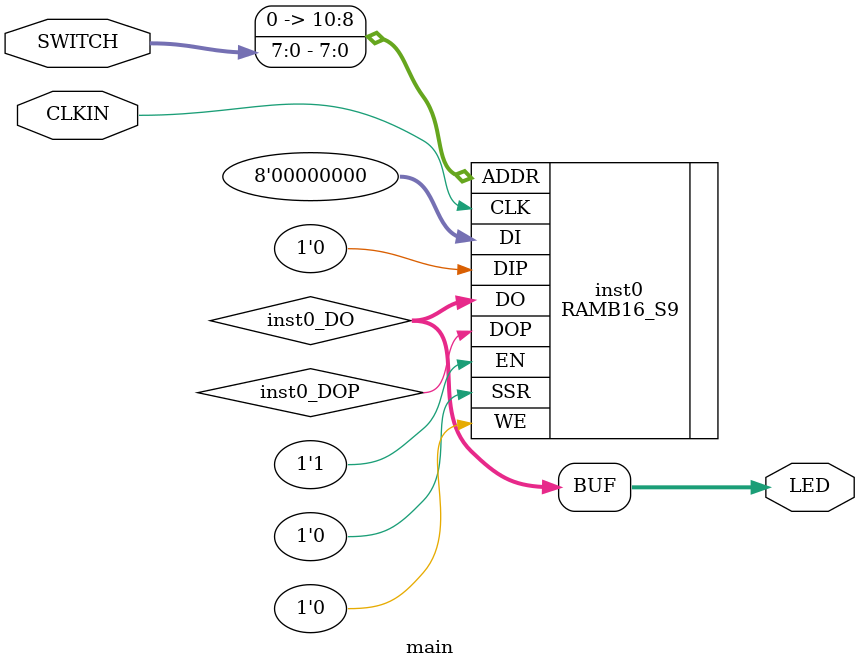
<source format=v>
module main (output [7:0] LED, input  CLKIN, input [7:0] SWITCH);
wire [7:0] inst0_DO;
wire [0:0] inst0_DOP;
RAMB16_S9 #(.INIT_39(256'h3F3E3D3C3B3A393837363534333231302F2E2D2C2B2A29282726252423222120),
.INIT_2A(256'h5F5E5D5C5B5A595857565554535251504F4E4D4C4B4A49484746454443424140),
.INIT_2B(256'h7F7E7D7C7B7A797877767574737271706F6E6D6C6B6A69686766656463626160),
.INIT_2C(256'h9F9E9D9C9B9A999897969594939291908F8E8D8C8B8A89888786858483828180),
.INIT_2D(256'hBFBEBDBCBBBAB9B8B7B6B5B4B3B2B1B0AFAEADACABAAA9A8A7A6A5A4A3A2A1A0),
.INIT_2E(256'hDFDEDDDCDBDAD9D8D7D6D5D4D3D2D1D0CFCECDCCCBCAC9C8C7C6C5C4C3C2C1C0),
.INIT_2F(256'hFFFEFDFCFBFAF9F8F7F6F5F4F3F2F1F0EFEEEDECEBEAE9E8E7E6E5E4E3E2E1E0),
.INIT_0B(256'h7F7E7D7C7B7A797877767574737271706F6E6D6C6B6A69686766656463626160),
.INIT_0C(256'h9F9E9D9C9B9A999897969594939291908F8E8D8C8B8A89888786858483828180),
.INIT_0A(256'h5F5E5D5C5B5A595857565554535251504F4E4D4C4B4A49484746454443424140),
.INIT_0F(256'hFFFEFDFCFBFAF9F8F7F6F5F4F3F2F1F0EFEEEDECEBEAE9E8E7E6E5E4E3E2E1E0),
.INIT_0D(256'hBFBEBDBCBBBAB9B8B7B6B5B4B3B2B1B0AFAEADACABAAA9A8A7A6A5A4A3A2A1A0),
.INIT_0E(256'hDFDEDDDCDBDAD9D8D7D6D5D4D3D2D1D0CFCECDCCCBCAC9C8C7C6C5C4C3C2C1C0),
.WRITE_MODE("WRITE_FIRST"),
.INIT_15(256'hBFBEBDBCBBBAB9B8B7B6B5B4B3B2B1B0AFAEADACABAAA9A8A7A6A5A4A3A2A1A0),
.INIT_14(256'h9F9E9D9C9B9A999897969594939291908F8E8D8C8B8A89888786858483828180),
.INIT_17(256'hFFFEFDFCFBFAF9F8F7F6F5F4F3F2F1F0EFEEEDECEBEAE9E8E7E6E5E4E3E2E1E0),
.INIT_16(256'hDFDEDDDCDBDAD9D8D7D6D5D4D3D2D1D0CFCECDCCCBCAC9C8C7C6C5C4C3C2C1C0),
.INIT_11(256'h3F3E3D3C3B3A393837363534333231302F2E2D2C2B2A29282726252423222120),
.INIT_10(256'h1F1E1D1C1B1A191817161514131211100F0E0D0C0B0A09080706050403020100),
.INIT_13(256'h7F7E7D7C7B7A797877767574737271706F6E6D6C6B6A69686766656463626160),
.INIT_12(256'h5F5E5D5C5B5A595857565554535251504F4E4D4C4B4A49484746454443424140),
.INIT_19(256'h3F3E3D3C3B3A393837363534333231302F2E2D2C2B2A29282726252423222120),
.INIT_18(256'h1F1E1D1C1B1A191817161514131211100F0E0D0C0B0A09080706050403020100),
.INIT(8'h00),
.INIT_38(256'h1F1E1D1C1B1A191817161514131211100F0E0D0C0B0A09080706050403020100),
.INIT_33(256'h7F7E7D7C7B7A797877767574737271706F6E6D6C6B6A69686766656463626160),
.INIT_32(256'h5F5E5D5C5B5A595857565554535251504F4E4D4C4B4A49484746454443424140),
.INIT_31(256'h3F3E3D3C3B3A393837363534333231302F2E2D2C2B2A29282726252423222120),
.INIT_30(256'h1F1E1D1C1B1A191817161514131211100F0E0D0C0B0A09080706050403020100),
.INIT_37(256'hFFFEFDFCFBFAF9F8F7F6F5F4F3F2F1F0EFEEEDECEBEAE9E8E7E6E5E4E3E2E1E0),
.INIT_36(256'hDFDEDDDCDBDAD9D8D7D6D5D4D3D2D1D0CFCECDCCCBCAC9C8C7C6C5C4C3C2C1C0),
.INIT_35(256'hBFBEBDBCBBBAB9B8B7B6B5B4B3B2B1B0AFAEADACABAAA9A8A7A6A5A4A3A2A1A0),
.INIT_34(256'h9F9E9D9C9B9A999897969594939291908F8E8D8C8B8A89888786858483828180),
.SRVAL(8'h00),
.INIT_3C(256'h9F9E9D9C9B9A999897969594939291908F8E8D8C8B8A89888786858483828180),
.INIT_3B(256'h7F7E7D7C7B7A797877767574737271706F6E6D6C6B6A69686766656463626160),
.INIT_3A(256'h5F5E5D5C5B5A595857565554535251504F4E4D4C4B4A49484746454443424140),
.INIT_3F(256'hFFFEFDFCFBFAF9F8F7F6F5F4F3F2F1F0EFEEEDECEBEAE9E8E7E6E5E4E3E2E1E0),
.INIT_3E(256'hDFDEDDDCDBDAD9D8D7D6D5D4D3D2D1D0CFCECDCCCBCAC9C8C7C6C5C4C3C2C1C0),
.INIT_3D(256'hBFBEBDBCBBBAB9B8B7B6B5B4B3B2B1B0AFAEADACABAAA9A8A7A6A5A4A3A2A1A0),
.INIT_1E(256'hDFDEDDDCDBDAD9D8D7D6D5D4D3D2D1D0CFCECDCCCBCAC9C8C7C6C5C4C3C2C1C0),
.INIT_1D(256'hBFBEBDBCBBBAB9B8B7B6B5B4B3B2B1B0AFAEADACABAAA9A8A7A6A5A4A3A2A1A0),
.INIT_1F(256'hFFFEFDFCFBFAF9F8F7F6F5F4F3F2F1F0EFEEEDECEBEAE9E8E7E6E5E4E3E2E1E0),
.INIT_1A(256'h5F5E5D5C5B5A595857565554535251504F4E4D4C4B4A49484746454443424140),
.INIT_1C(256'h9F9E9D9C9B9A999897969594939291908F8E8D8C8B8A89888786858483828180),
.INIT_1B(256'h7F7E7D7C7B7A797877767574737271706F6E6D6C6B6A69686766656463626160),
.INIT_02(256'h5F5E5D5C5B5A595857565554535251504F4E4D4C4B4A49484746454443424140),
.INIT_03(256'h7F7E7D7C7B7A797877767574737271706F6E6D6C6B6A69686766656463626160),
.INIT_00(256'h1F1E1D1C1B1A191817161514131211100F0E0D0C0B0A09080706050403020100),
.INIT_01(256'h3F3E3D3C3B3A393837363534333231302F2E2D2C2B2A29282726252423222120),
.INIT_06(256'hDFDEDDDCDBDAD9D8D7D6D5D4D3D2D1D0CFCECDCCCBCAC9C8C7C6C5C4C3C2C1C0),
.INIT_07(256'hFFFEFDFCFBFAF9F8F7F6F5F4F3F2F1F0EFEEEDECEBEAE9E8E7E6E5E4E3E2E1E0),
.INIT_04(256'h9F9E9D9C9B9A999897969594939291908F8E8D8C8B8A89888786858483828180),
.INIT_05(256'hBFBEBDBCBBBAB9B8B7B6B5B4B3B2B1B0AFAEADACABAAA9A8A7A6A5A4A3A2A1A0),
.INIT_08(256'h1F1E1D1C1B1A191817161514131211100F0E0D0C0B0A09080706050403020100),
.INIT_09(256'h3F3E3D3C3B3A393837363534333231302F2E2D2C2B2A29282726252423222120),
.INIT_28(256'h1F1E1D1C1B1A191817161514131211100F0E0D0C0B0A09080706050403020100),
.INIT_29(256'h3F3E3D3C3B3A393837363534333231302F2E2D2C2B2A29282726252423222120),
.INIT_20(256'h1F1E1D1C1B1A191817161514131211100F0E0D0C0B0A09080706050403020100),
.INIT_21(256'h3F3E3D3C3B3A393837363534333231302F2E2D2C2B2A29282726252423222120),
.INIT_22(256'h5F5E5D5C5B5A595857565554535251504F4E4D4C4B4A49484746454443424140),
.INIT_23(256'h7F7E7D7C7B7A797877767574737271706F6E6D6C6B6A69686766656463626160),
.INIT_24(256'h9F9E9D9C9B9A999897969594939291908F8E8D8C8B8A89888786858483828180),
.INIT_25(256'hBFBEBDBCBBBAB9B8B7B6B5B4B3B2B1B0AFAEADACABAAA9A8A7A6A5A4A3A2A1A0),
.INIT_26(256'hDFDEDDDCDBDAD9D8D7D6D5D4D3D2D1D0CFCECDCCCBCAC9C8C7C6C5C4C3C2C1C0),
.INIT_27(256'hFFFEFDFCFBFAF9F8F7F6F5F4F3F2F1F0EFEEEDECEBEAE9E8E7E6E5E4E3E2E1E0)) inst0 (.DI({1'b0,1'b0,1'b0,1'b0,1'b0,1'b0,1'b0,1'b0}), .DIP({1'b0}), .DO(inst0_DO), .DOP(inst0_DOP), .ADDR({1'b0,1'b0,1'b0,SWITCH[7],SWITCH[6],SWITCH[5],SWITCH[4],SWITCH[3],SWITCH[2],SWITCH[1],SWITCH[0]}), .CLK(CLKIN), .EN(1'b1), .SSR(1'b0), .WE(1'b0));
assign LED = inst0_DO;
endmodule


</source>
